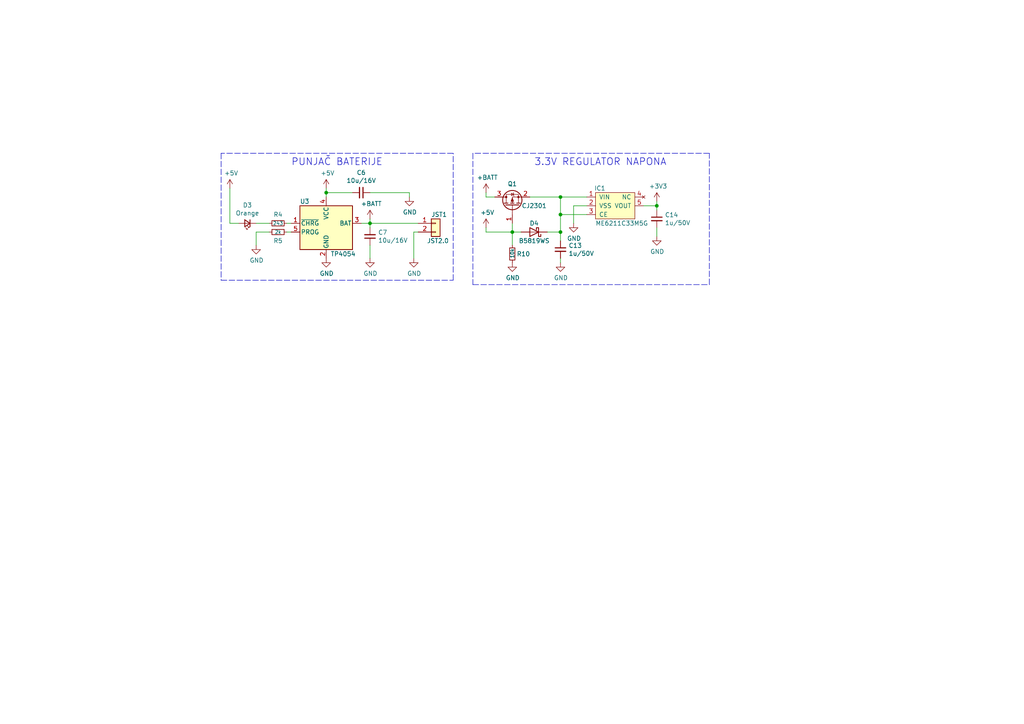
<source format=kicad_sch>
(kicad_sch (version 20211123) (generator eeschema)
  (paper "A4")
  (title_block (title "ESP32IoTPlatform") (date "2022-02-09") (rev "v4r1") (company "TVZ"))
  (lib_symbols
    (symbol "Battery_Management:LTC4054ES5-4.2" (pin_names (offset 0.254))
      (property "Reference" "U" (at -5.842 6.604 0))
      (property "Value" "LTC4054ES5-4.2" (at 1.524 6.604 0))
      (symbol "LTC4054ES5-4.2_0_1"
        (rectangle (start -7.62 5.08) (end 7.62 -7.62) (stroke (width 0.254)) (fill (type background)))
      )
      (symbol "LTC4054ES5-4.2_1_1"
        (pin open_collector line (at -10.16 0 0) (length 2.54) (name "~{CHRG}") (number "1"))
        (pin power_in line (at 0 -10.16 90) (length 2.54) (name "GND") (number "2"))
        (pin power_out line (at 10.16 0 180) (length 2.54) (name "BAT") (number "3"))
        (pin power_in line (at 0 7.62 270) (length 2.54) (name "VCC") (number "4"))
        (pin bidirectional line (at -10.16 -2.54 0) (length 2.54) (name "PROG") (number "5"))
      )
    )
    (symbol "Connector_Generic:Conn_01x02" (pin_names (offset 1.016) hide)
      (property "Reference" "J" (at 0 2.54 0))
      (property "Value" "Conn_01x02" (at 0 -5.08 0))
      (symbol "Conn_01x02_1_1"
        (rectangle (start -1.27 -2.413) (end 0 -2.667) (stroke (width 0.1524)))
        (rectangle (start -1.27 0.127) (end 0 -0.127) (stroke (width 0.1524)))
        (rectangle (start -1.27 1.27) (end 1.27 -3.81) (stroke (width 0.254)) (fill (type background)))
        (pin passive line (at -5.08 0 0) (length 3.81) (name "Pin_1") (number "1"))
        (pin passive line (at -5.08 -2.54 0) (length 3.81) (name "Pin_2") (number "2"))
      )
    )
    (symbol "Device:C_Small" (pin_numbers hide) (pin_names (offset 0.254) hide)
      (property "Reference" "C" (at 0.254 1.778 0))
      (property "Value" "C_Small" (at 0.254 -2.032 0))
      (symbol "C_Small_0_1"
        (polyline (pts (xy -1.524 -0.508) (xy 1.524 -0.508)) (stroke (width 0.3302)))
        (polyline (pts (xy -1.524 0.508) (xy 1.524 0.508)) (stroke (width 0.3048)))
      )
      (symbol "C_Small_1_1"
        (pin passive line (at 0 2.54 270) (length 2.032) (name "~") (number "1"))
        (pin passive line (at 0 -2.54 90) (length 2.032) (name "~") (number "2"))
      )
    )
    (symbol "Device:LED_Small" (pin_numbers hide) (pin_names (offset 0.254) hide)
      (property "Reference" "D" (at -1.27 3.175 0))
      (property "Value" "LED_Small" (at -4.445 -2.54 0))
      (symbol "LED_Small_0_1"
        (polyline (pts (xy -0.762 -1.016) (xy -0.762 1.016)) (stroke (width 0.254)))
        (polyline (pts (xy 1.016 0) (xy -0.762 0)))
        (polyline (pts (xy 0.762 -1.016) (xy -0.762 0) (xy 0.762 1.016) (xy 0.762 -1.016)) (stroke (width 0.254)))
        (polyline (pts (xy 0 0.762) (xy -0.508 1.27) (xy -0.254 1.27) (xy -0.508 1.27) (xy -0.508 1.016)))
        (polyline (pts (xy 0.508 1.27) (xy 0 1.778) (xy 0.254 1.778) (xy 0 1.778) (xy 0 1.524)))
      )
      (symbol "LED_Small_1_1"
        (pin passive line (at -2.54 0 0) (length 1.778) (name "K") (number "1"))
        (pin passive line (at 2.54 0 180) (length 1.778) (name "A") (number "2"))
      )
    )
    (symbol "Device:R_Small" (pin_numbers hide) (pin_names (offset 0.254) hide)
      (property "Reference" "R" (at 0.762 0.508 0))
      (property "Value" "R_Small" (at 0.762 -1.016 0))
      (symbol "R_Small_0_1"
        (rectangle (start -0.762 1.778) (end 0.762 -1.778) (stroke (width 0.2032)))
      )
      (symbol "R_Small_1_1"
        (pin passive line (at 0 2.54 270) (length 0.762) (name "~") (number "1"))
        (pin passive line (at 0 -2.54 90) (length 0.762) (name "~") (number "2"))
      )
    )
    (symbol "Diode:1N5819" (pin_numbers hide) (pin_names (offset 1.016) hide)
      (property "Reference" "D" (at 0 2.54 0))
      (property "Value" "1N5819" (at 0 -2.54 0))
      (symbol "1N5819_0_1"
        (polyline (pts (xy 1.27 0) (xy -1.27 0)))
        (polyline (pts (xy 1.27 1.27) (xy 1.27 -1.27) (xy -1.27 0) (xy 1.27 1.27)) (stroke (width 0.254)))
        (polyline (pts (xy -1.905 0.635) (xy -1.905 1.27) (xy -1.27 1.27) (xy -1.27 -1.27) (xy -0.635 -1.27) (xy -0.635 -0.635)) (stroke (width 0.254)))
      )
      (symbol "1N5819_1_1"
        (pin passive line (at -3.81 0 0) (length 2.54) (name "K") (number "1"))
        (pin passive line (at 3.81 0 180) (length 2.54) (name "A") (number "2"))
      )
    )
    (symbol "ESP32IoTPlatform_simboli:ME6211C33M5G" (pin_names (offset 1.016))
      (property "Reference" "IC" (at 0 0 0))
      (property "Value" "ME6211C33M5G" (at 0 0 0))
      (symbol "ME6211C33M5G_0_1"
        (rectangle (start -5.08 10.16) (end 6.35 2.54) (fill (type background)))
      )
      (symbol "ME6211C33M5G_1_1"
        (pin passive line (at -7.62 8.89 0) (length 2.54) (name "VIN") (number "1"))
        (pin passive line (at -7.62 6.35 0) (length 2.54) (name "VSS") (number "2"))
        (pin passive line (at -7.62 3.81 0) (length 2.54) (name "CE") (number "3"))
        (pin no_connect line (at 8.89 8.89 180) (length 2.54) (name "NC") (number "4"))
        (pin passive line (at 8.89 6.35 180) (length 2.54) (name "VOUT") (number "5"))
      )
    )
    (symbol "Transistor_FET:Si2319CDS" (pin_names hide)
      (property "Reference" "Q" (at 5.08 1.905 0))
      (property "Value" "Si2319CDS" (at 5.08 0 0))
      (symbol "Si2319CDS_0_1"
        (polyline (pts (xy 0.254 0) (xy -2.54 0)))
        (polyline (pts (xy 0.254 1.905) (xy 0.254 -1.905)) (stroke (width 0.254)))
        (polyline (pts (xy 0.762 -1.27) (xy 0.762 -2.286)) (stroke (width 0.254)))
        (polyline (pts (xy 0.762 0.508) (xy 0.762 -0.508)) (stroke (width 0.254)))
        (polyline (pts (xy 0.762 2.286) (xy 0.762 1.27)) (stroke (width 0.254)))
        (polyline (pts (xy 2.54 2.54) (xy 2.54 1.778)))
        (polyline (pts (xy 2.54 -2.54) (xy 2.54 0) (xy 0.762 0)))
        (polyline (pts (xy 0.762 1.778) (xy 3.302 1.778) (xy 3.302 -1.778) (xy 0.762 -1.778)))
        (polyline (pts (xy 2.286 0) (xy 1.27 0.381) (xy 1.27 -0.381) (xy 2.286 0)) (fill (type outline)))
        (polyline (pts (xy 2.794 -0.508) (xy 2.921 -0.381) (xy 3.683 -0.381) (xy 3.81 -0.254)))
        (polyline (pts (xy 3.302 -0.381) (xy 2.921 0.254) (xy 3.683 0.254) (xy 3.302 -0.381)))
        (circle (center 1.651 0) (radius 2.794) (stroke (width 0.254)))
        (circle (center 2.54 -1.778) (radius 0.254) (fill (type outline)))
        (circle (center 2.54 1.778) (radius 0.254) (fill (type outline)))
      )
      (symbol "Si2319CDS_1_1"
        (pin input line (at -5.08 0 0) (length 2.54) (name "G") (number "1"))
        (pin passive line (at 2.54 -5.08 90) (length 2.54) (name "S") (number "2"))
        (pin passive line (at 2.54 5.08 270) (length 2.54) (name "D") (number "3"))
      )
    )
    (symbol "power:+3V3" (power) (pin_names (offset 0))
      (property "Value" "+3V3" (at 0 3.556 0))
      (symbol "+3V3_0_1"
        (polyline (pts (xy -0.762 1.27) (xy 0 2.54)))
        (polyline (pts (xy 0 0) (xy 0 2.54)))
        (polyline (pts (xy 0 2.54) (xy 0.762 1.27)))
      )
      (symbol "+3V3_1_1"
        (pin power_in line (at 0 0 90) (length 0) hide (name "+3V3") (number "1"))
      )
    )
    (symbol "power:+5V" (power) (pin_names (offset 0))
      (property "Value" "+5V" (at 0 3.556 0))
      (symbol "+5V_0_1"
        (polyline (pts (xy -0.762 1.27) (xy 0 2.54)))
        (polyline (pts (xy 0 0) (xy 0 2.54)))
        (polyline (pts (xy 0 2.54) (xy 0.762 1.27)))
      )
      (symbol "+5V_1_1"
        (pin power_in line (at 0 0 90) (length 0) hide (name "+5V") (number "1"))
      )
    )
    (symbol "power:+BATT" (power) (pin_names (offset 0))
      (property "Value" "+BATT" (at 0 3.556 0))
      (symbol "+BATT_0_1"
        (polyline (pts (xy -0.762 1.27) (xy 0 2.54)))
        (polyline (pts (xy 0 0) (xy 0 2.54)))
        (polyline (pts (xy 0 2.54) (xy 0.762 1.27)))
      )
      (symbol "+BATT_1_1"
        (pin power_in line (at 0 0 90) (length 0) hide (name "+BATT") (number "1"))
      )
    )
    (symbol "power:GND" (power) (pin_names (offset 0))
      (property "Value" "GND" (at 0 -3.81 0))
      (symbol "GND_0_1"
        (polyline (pts (xy 0 0) (xy 0 -1.27) (xy 1.27 -1.27) (xy 0 -2.54) (xy -1.27 -1.27) (xy 0 -1.27)))
      )
      (symbol "GND_1_1"
        (pin power_in line (at 0 0 270) (length 0) hide (name "GND") (number "1"))
      )
    )
  )
  (junction (at 148.59 67.31))
  (junction (at 162.56 62.23))
  (junction (at 190.5 59.69))
  (junction (at 107.315 64.77))
  (junction (at 94.615 55.88))
  (junction (at 162.56 67.31))
  (junction (at 162.56 57.15))
  (wire (pts (xy 162.56 69.85) (xy 162.56 67.31)))
  (wire (pts (xy 143.51 57.15) (xy 140.97 57.15)))
  (polyline (pts (xy 131.445 44.45) (xy 64.135 44.45)))
  (wire (pts (xy 66.675 54.61) (xy 66.675 64.77)))
  (polyline (pts (xy 64.135 81.28) (xy 131.445 81.28)))
  (polyline (pts (xy 137.16 44.45) (xy 137.16 82.55)))
  (wire (pts (xy 102.235 55.88) (xy 94.615 55.88)))
  (wire (pts (xy 83.185 67.31) (xy 84.455 67.31)))
  (wire (pts (xy 94.615 54.61) (xy 94.615 55.88)))
  (wire (pts (xy 140.97 67.31) (xy 148.59 67.31)))
  (wire (pts (xy 190.5 59.69) (xy 190.5 60.96)))
  (wire (pts (xy 107.315 55.88) (xy 118.745 55.88)))
  (wire (pts (xy 162.56 67.31) (xy 162.56 62.23)))
  (wire (pts (xy 162.56 57.15) (xy 153.67 57.15)))
  (polyline (pts (xy 137.16 82.55) (xy 205.74 82.55)))
  (wire (pts (xy 104.775 64.77) (xy 107.315 64.77)))
  (wire (pts (xy 107.315 74.93) (xy 107.315 71.12)))
  (wire (pts (xy 162.56 76.2) (xy 162.56 74.93)))
  (wire (pts (xy 78.105 67.31) (xy 74.295 67.31)))
  (wire (pts (xy 148.59 67.31) (xy 148.59 64.77)))
  (wire (pts (xy 190.5 68.58) (xy 190.5 66.04)))
  (wire (pts (xy 190.5 58.42) (xy 190.5 59.69)))
  (wire (pts (xy 140.97 57.15) (xy 140.97 55.88)))
  (wire (pts (xy 162.56 67.31) (xy 158.75 67.31)))
  (wire (pts (xy 118.745 57.15) (xy 118.745 55.88)))
  (wire (pts (xy 166.37 59.69) (xy 170.18 59.69)))
  (wire (pts (xy 140.97 66.04) (xy 140.97 67.31)))
  (wire (pts (xy 170.18 57.15) (xy 162.56 57.15)))
  (wire (pts (xy 94.615 55.88) (xy 94.615 57.15)))
  (wire (pts (xy 148.59 67.31) (xy 148.59 71.12)))
  (wire (pts (xy 120.015 67.31) (xy 121.285 67.31)))
  (wire (pts (xy 107.315 64.77) (xy 121.285 64.77)))
  (wire (pts (xy 107.315 63.5) (xy 107.315 64.77)))
  (wire (pts (xy 166.37 59.69) (xy 166.37 64.77)))
  (polyline (pts (xy 205.74 44.45) (xy 137.16 44.45)))
  (wire (pts (xy 120.015 67.31) (xy 120.015 74.93)))
  (polyline (pts (xy 131.445 81.28) (xy 131.445 44.45)))
  (polyline (pts (xy 205.74 82.55) (xy 205.74 44.45)))
  (wire (pts (xy 84.455 64.77) (xy 83.185 64.77)))
  (wire (pts (xy 78.105 64.77) (xy 74.295 64.77)))
  (wire (pts (xy 107.315 64.77) (xy 107.315 66.04)))
  (wire (pts (xy 151.13 67.31) (xy 148.59 67.31)))
  (wire (pts (xy 74.295 67.31) (xy 74.295 71.12)))
  (polyline (pts (xy 64.135 44.45) (xy 64.135 81.28)))
  (wire (pts (xy 66.675 64.77) (xy 69.215 64.77)))
  (wire (pts (xy 186.69 59.69) (xy 190.5 59.69)))
  (wire (pts (xy 170.18 62.23) (xy 162.56 62.23)))
  (wire (pts (xy 162.56 62.23) (xy 162.56 57.15)))
  (text "3.3V REGULATOR NAPONA" (at 154.94 48.26 0) (effects (font (size 2.0066 2.0066)) (justify left bottom)))
  (text "PUNJAČ BATERIJE" (at 84.455 48.26 0) (effects (font (size 2.0066 2.0066)) (justify left bottom)))
  (symbol (lib_id "Device:C_Small") (at 107.315 68.58 180) (unit 1)
    (property "Reference" "C7" (at 109.6518 67.4116 0) (effects (justify right)))
    (property "Value" "10u/16V" (at 109.6518 69.723 0) (effects (justify right)))
    (property "Footprint" "Capacitor_SMD:C_0805_2012Metric" (effects hide))
  )
  (symbol (lib_id "power:GND") (at 107.315 74.93 0) (unit 1)
    (property "Reference" "#PWR0107" (effects hide))
    (property "Value" "GND" (at 107.442 79.3242 0))
  )
  (symbol (lib_id "Device:C_Small") (at 190.5 63.5 0) (unit 1)
    (property "Reference" "C14" (at 192.8368 62.3316 0) (effects (justify left)))
    (property "Value" "1u/50V" (at 192.8368 64.643 0) (effects (justify left)))
    (property "Footprint" "Capacitor_SMD:C_0805_2012Metric" (effects hide))
  )
  (symbol (lib_id "power:GND") (at 148.59 76.2 0) (unit 1)
    (property "Reference" "#PWR0112" (effects hide))
    (property "Value" "GND" (at 148.717 80.5942 0))
  )
  (symbol (lib_id "Connector_Generic:Conn_01x02") (at 126.365 64.77 0) (unit 1)
    (property "Reference" "JST1" (at 125.095 62.23 0) (effects (justify left)))
    (property "Value" "JST2.0" (at 123.825 69.85 0) (effects (justify left)))
    (property "Footprint" "ESP32IoTPlatform:A2001WR-S-2P_JST2.0" (effects hide))
  )
  (symbol (lib_id "power:+5V") (at 140.97 66.04 0) (unit 1)
    (property "Reference" "#PWR0114" (effects hide))
    (property "Value" "+5V" (at 141.351 61.6458 0))
  )
  (symbol (lib_id "Transistor_FET:Si2319CDS") (at 148.59 59.69 90) (unit 1)
    (property "Reference" "Q1" (at 148.59 53.34 90))
    (property "Value" "CJ2301" (at 154.94 59.69 90))
    (property "Footprint" "Package_TO_SOT_SMD:SOT-23" (effects hide))
    (property "Datasheet" "http://www.vishay.com/docs/66709/si2319cd.pdf" (effects hide))
  )
  (symbol (lib_id "power:GND") (at 190.5 68.58 0) (unit 1)
    (property "Reference" "#PWR0115" (effects hide))
    (property "Value" "GND" (at 190.627 72.9742 0))
  )
  (symbol (lib_id "Device:C_Small") (at 104.775 55.88 270) (unit 1)
    (property "Reference" "C6" (at 104.775 50.0634 90))
    (property "Value" "10u/16V" (at 104.775 52.3748 90))
    (property "Footprint" "Capacitor_SMD:C_0805_2012Metric" (effects hide))
  )
  (symbol (lib_id "power:+3V3") (at 190.5 58.42 0) (unit 1)
    (property "Reference" "#PWR0116" (effects hide))
    (property "Value" "+3V3" (at 190.881 54.0258 0))
  )
  (symbol (lib_id "power:+BATT") (at 107.315 63.5 0) (unit 1)
    (property "Reference" "#PWR0109" (effects hide))
    (property "Value" "+BATT" (at 107.696 59.1058 0))
  )
  (symbol (lib_id "power:GND") (at 120.015 74.93 0) (unit 1)
    (property "Reference" "#PWR0105" (effects hide))
    (property "Value" "GND" (at 120.142 79.3242 0))
  )
  (symbol (lib_id "power:+BATT") (at 140.97 55.88 0) (unit 1)
    (property "Reference" "#PWR0113" (effects hide))
    (property "Value" "+BATT" (at 141.351 51.4858 0))
  )
  (symbol (lib_id "power:GND") (at 94.615 74.93 0) (unit 1)
    (property "Reference" "#PWR0108" (effects hide))
    (property "Value" "GND" (at 94.742 79.3242 0))
  )
  (symbol (lib_id "Battery_Management:LTC4054ES5-4.2") (at 94.615 64.77 0) (unit 1)
    (property "Reference" "U3" (at 86.995 58.42 0) (effects (justify left)))
    (property "Value" "TP4054" (at 95.885 73.66 0) (effects (justify left)))
    (property "Footprint" "Package_TO_SOT_SMD:TSOT-23-5" (effects hide))
    (property "Datasheet" "https://www.analog.com/media/en/technical-documentation/data-sheets/405442xf.pdf" (effects hide))
  )
  (symbol (lib_id "power:+5V") (at 66.675 54.61 0) (unit 1)
    (property "Reference" "#PWR0104" (effects hide))
    (property "Value" "+5V" (at 67.056 50.2158 0))
  )
  (symbol (lib_id "Device:C_Small") (at 162.56 72.39 0) (unit 1)
    (property "Reference" "C13" (at 164.8968 71.2216 0) (effects (justify left)))
    (property "Value" "1u/50V" (at 164.8968 73.533 0) (effects (justify left)))
    (property "Footprint" "Capacitor_SMD:C_0805_2012Metric" (effects hide))
  )
  (symbol (lib_id "Device:LED_Small") (at 71.755 64.77 180) (unit 1)
    (property "Reference" "D3" (at 71.755 59.5122 0))
    (property "Value" "Orange" (at 71.755 61.8236 0))
    (property "Footprint" "LED_SMD:LED_0805_2012Metric" (effects hide))
  )
  (symbol (lib_id "power:GND") (at 74.295 71.12 0) (unit 1)
    (property "Reference" "#PWR0106" (effects hide))
    (property "Value" "GND" (at 74.422 75.5142 0))
  )
  (symbol (lib_id "power:GND") (at 118.745 57.15 0) (unit 1)
    (property "Reference" "#PWR0110" (effects hide))
    (property "Value" "GND" (at 118.872 61.5442 0))
  )
  (symbol (lib_id "power:+5V") (at 94.615 54.61 0) (unit 1)
    (property "Reference" "#PWR0111" (effects hide))
    (property "Value" "+5V" (at 94.996 50.2158 0))
  )
  (symbol (lib_id "Device:R_Small") (at 80.645 64.77 270) (unit 1)
    (property "Reference" "R4" (at 80.645 62.23 90))
    (property "Value" "243" (at 80.645 64.77 90) (effects (font (size 1 1))))
    (property "Footprint" "Resistor_SMD:R_0805_2012Metric" (effects hide))
  )
  (symbol (lib_id "power:GND") (at 166.37 64.77 0) (unit 1)
    (property "Reference" "#PWR0118" (effects hide))
    (property "Value" "GND" (at 166.497 69.1642 0))
  )
  (symbol (lib_id "power:GND") (at 162.56 76.2 0) (unit 1)
    (property "Reference" "#PWR0117" (effects hide))
    (property "Value" "GND" (at 162.687 80.5942 0))
  )
  (symbol (lib_id "Device:R_Small") (at 80.645 67.31 270) (unit 1)
    (property "Reference" "R5" (at 80.645 69.85 90))
    (property "Value" "2k" (at 80.645 67.31 90) (effects (font (size 1 1))))
    (property "Footprint" "Resistor_SMD:R_0805_2012Metric" (effects hide))
  )
  (symbol (lib_id "Device:R_Small") (at 148.59 73.66 180) (unit 1)
    (property "Reference" "R10" (at 149.86 73.66 0) (effects (justify right)))
    (property "Value" "10k" (at 148.59 74.93 90) (effects (font (size 1 1)) (justify right)))
    (property "Footprint" "Resistor_SMD:R_0805_2012Metric" (effects hide))
  )
  (symbol (lib_id "ESP32IoTPlatform_simboli:ME6211C33M5G") (at 177.8 66.04 0) (unit 1)
    (property "Reference" "IC1" (at 173.99 54.61 0))
    (property "Value" "ME6211C33M5G" (at 180.34 64.77 0))
    (property "Footprint" "Package_TO_SOT_SMD:SOT-23-5" (effects hide))
  )
  (symbol (lib_id "Diode:1N5819") (at 154.94 67.31 180) (unit 1)
    (property "Reference" "D4" (at 154.94 64.77 0))
    (property "Value" "B5819WS" (at 154.94 69.85 0))
    (property "Footprint" "Diode_SMD:D_SOD-323" (effects hide))
    (property "Datasheet" "http://www.vishay.com/docs/88525/1n5817.pdf" (effects hide))
  )
)
</source>
